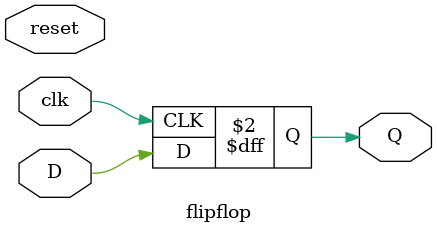
<source format=v>
module flipflop(D,clk,reset,Q);
input D; // Data input 
input clk; // clock input 
input reset; // synchronous reset 
output reg Q; // output Q 

always @(posedge clk) 
begin
 /*if(reset==1'b1)
  Q <= 1'b0; 
 else */
  Q <= D; 
end 
endmodule 





</source>
